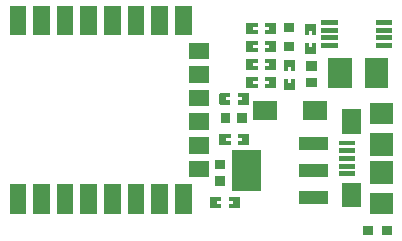
<source format=gtp>
G04 Layer: TopPasteMaskLayer*
G04 EasyEDA Pro v1.7.31, 2022-10-01 17:20:27*
G04 Gerber Generator version 0.3*
G04 Scale: 100 percent, Rotated: No, Reflected: No*
G04 Dimensions in millimeters*
G04 Leading zeros omitted, absolute positions, 3 integers and 3 decimals*
%FSLAX33Y33*%
%MOMM*%
%ADD10C,0.00508*%
G75*


G04 PolygonModel Start*
G36*
G01X34740Y19887D02*
G01X34740Y20687D01*
G01X34690Y20737D01*
G01X34462D01*
G01Y20367D01*
G01X34132D01*
G01Y20737D01*
G01X33890D01*
G01X33840Y20687D01*
G01Y19887D01*
G01X33890Y19837D01*
G01X34690D01*
G01X34740Y19887D01*
G37*
G54D10*
G01X34740Y19887D02*
G01X34740Y20687D01*
G01X34690Y20737D01*
G01X34462D01*
G01Y20367D01*
G01X34132D01*
G01Y20737D01*
G01X33890D01*
G01X33840Y20687D01*
G01Y19887D01*
G01X33890Y19837D01*
G01X34690D01*
G01X34740Y19887D01*
G36*
G01X34690Y21437D02*
G01X34462Y21437D01*
G01Y21817D01*
G01X34132D01*
G01Y21437D01*
G01X33890D01*
G01X33840Y21487D01*
G01Y22277D01*
G01X33890Y22327D01*
G01X34690D01*
G01X34740Y22277D01*
G01Y21487D01*
G01X34690Y21437D01*
G37*
G01X34690Y21437D02*
G01X34462Y21437D01*
G01Y21817D01*
G01X34132D01*
G01Y21437D01*
G01X33890D01*
G01X33840Y21487D01*
G01Y22277D01*
G01X33890Y22327D01*
G01X34690D01*
G01X34740Y22277D01*
G01Y21487D01*
G01X34690Y21437D01*
G36*
G01X28904Y16949D02*
G01X29704Y16949D01*
G01X29754Y16999D01*
G01Y17227D01*
G01X29384D01*
G01Y17557D01*
G01X29754D01*
G01Y17799D01*
G01X29704Y17849D01*
G01X28904D01*
G01X28854Y17799D01*
G01Y16999D01*
G01X28904Y16949D01*
G37*
G01X28904Y16949D02*
G01X29704Y16949D01*
G01X29754Y16999D01*
G01Y17227D01*
G01X29384D01*
G01Y17557D01*
G01X29754D01*
G01Y17799D01*
G01X29704Y17849D01*
G01X28904D01*
G01X28854Y17799D01*
G01Y16999D01*
G01X28904Y16949D01*
G36*
G01X30454Y16999D02*
G01X30454Y17227D01*
G01X30834D01*
G01Y17557D01*
G01X30454D01*
G01Y17799D01*
G01X30504Y17849D01*
G01X31294D01*
G01X31344Y17799D01*
G01Y16999D01*
G01X31294Y16949D01*
G01X30504D01*
G01X30454Y16999D01*
G37*
G01X30454Y16999D02*
G01X30454Y17227D01*
G01X30834D01*
G01Y17557D01*
G01X30454D01*
G01Y17799D01*
G01X30504Y17849D01*
G01X31294D01*
G01X31344Y17799D01*
G01Y16999D01*
G01X31294Y16949D01*
G01X30504D01*
G01X30454Y16999D01*
G36*
G01X26618Y12123D02*
G01X27418Y12123D01*
G01X27468Y12173D01*
G01Y12401D01*
G01X27098D01*
G01Y12731D01*
G01X27468D01*
G01Y12973D01*
G01X27418Y13023D01*
G01X26618D01*
G01X26568Y12973D01*
G01Y12173D01*
G01X26618Y12123D01*
G37*
G01X26618Y12123D02*
G01X27418Y12123D01*
G01X27468Y12173D01*
G01Y12401D01*
G01X27098D01*
G01Y12731D01*
G01X27468D01*
G01Y12973D01*
G01X27418Y13023D01*
G01X26618D01*
G01X26568Y12973D01*
G01Y12173D01*
G01X26618Y12123D01*
G36*
G01X28168Y12173D02*
G01X28168Y12401D01*
G01X28548D01*
G01Y12731D01*
G01X28168D01*
G01Y12973D01*
G01X28218Y13023D01*
G01X29008D01*
G01X29058Y12973D01*
G01Y12173D01*
G01X29008Y12123D01*
G01X28218D01*
G01X28168Y12173D01*
G37*
G01X28168Y12173D02*
G01X28168Y12401D01*
G01X28548D01*
G01Y12731D01*
G01X28168D01*
G01Y12973D01*
G01X28218Y13023D01*
G01X29008D01*
G01X29058Y12973D01*
G01Y12173D01*
G01X29008Y12123D01*
G01X28218D01*
G01X28168Y12173D01*
G36*
G01X28904Y19997D02*
G01X29704Y19997D01*
G01X29754Y20047D01*
G01Y20275D01*
G01X29384D01*
G01Y20605D01*
G01X29754D01*
G01Y20847D01*
G01X29704Y20897D01*
G01X28904D01*
G01X28854Y20847D01*
G01Y20047D01*
G01X28904Y19997D01*
G37*
G01X28904Y19997D02*
G01X29704Y19997D01*
G01X29754Y20047D01*
G01Y20275D01*
G01X29384D01*
G01Y20605D01*
G01X29754D01*
G01Y20847D01*
G01X29704Y20897D01*
G01X28904D01*
G01X28854Y20847D01*
G01Y20047D01*
G01X28904Y19997D01*
G36*
G01X30454Y20047D02*
G01X30454Y20275D01*
G01X30834D01*
G01Y20605D01*
G01X30454D01*
G01Y20847D01*
G01X30504Y20897D01*
G01X31294D01*
G01X31344Y20847D01*
G01Y20047D01*
G01X31294Y19997D01*
G01X30504D01*
G01X30454Y20047D01*
G37*
G01X30454Y20047D02*
G01X30454Y20275D01*
G01X30834D01*
G01Y20605D01*
G01X30454D01*
G01Y20847D01*
G01X30504Y20897D01*
G01X31294D01*
G01X31344Y20847D01*
G01Y20047D01*
G01X31294Y19997D01*
G01X30504D01*
G01X30454Y20047D01*
G36*
G01X28904Y18473D02*
G01X29704Y18473D01*
G01X29754Y18523D01*
G01Y18751D01*
G01X29384D01*
G01Y19081D01*
G01X29754D01*
G01Y19323D01*
G01X29704Y19373D01*
G01X28904D01*
G01X28854Y19323D01*
G01Y18523D01*
G01X28904Y18473D01*
G37*
G01X28904Y18473D02*
G01X29704Y18473D01*
G01X29754Y18523D01*
G01Y18751D01*
G01X29384D01*
G01Y19081D01*
G01X29754D01*
G01Y19323D01*
G01X29704Y19373D01*
G01X28904D01*
G01X28854Y19323D01*
G01Y18523D01*
G01X28904Y18473D01*
G36*
G01X30454Y18523D02*
G01X30454Y18751D01*
G01X30834D01*
G01Y19081D01*
G01X30454D01*
G01Y19323D01*
G01X30504Y19373D01*
G01X31294D01*
G01X31344Y19323D01*
G01Y18523D01*
G01X31294Y18473D01*
G01X30504D01*
G01X30454Y18523D01*
G37*
G01X30454Y18523D02*
G01X30454Y18751D01*
G01X30834D01*
G01Y19081D01*
G01X30454D01*
G01Y19323D01*
G01X30504Y19373D01*
G01X31294D01*
G01X31344Y19323D01*
G01Y18523D01*
G01X31294Y18473D01*
G01X30504D01*
G01X30454Y18523D01*
G36*
G01X28904Y21521D02*
G01X29704Y21521D01*
G01X29754Y21571D01*
G01Y21799D01*
G01X29384D01*
G01Y22129D01*
G01X29754D01*
G01Y22371D01*
G01X29704Y22421D01*
G01X28904D01*
G01X28854Y22371D01*
G01Y21571D01*
G01X28904Y21521D01*
G37*
G01X28904Y21521D02*
G01X29704Y21521D01*
G01X29754Y21571D01*
G01Y21799D01*
G01X29384D01*
G01Y22129D01*
G01X29754D01*
G01Y22371D01*
G01X29704Y22421D01*
G01X28904D01*
G01X28854Y22371D01*
G01Y21571D01*
G01X28904Y21521D01*
G36*
G01X30454Y21571D02*
G01X30454Y21799D01*
G01X30834D01*
G01Y22129D01*
G01X30454D01*
G01Y22371D01*
G01X30504Y22421D01*
G01X31294D01*
G01X31344Y22371D01*
G01Y21571D01*
G01X31294Y21521D01*
G01X30504D01*
G01X30454Y21571D01*
G37*
G01X30454Y21571D02*
G01X30454Y21799D01*
G01X30834D01*
G01Y22129D01*
G01X30454D01*
G01Y22371D01*
G01X30504Y22421D01*
G01X31294D01*
G01X31344Y22371D01*
G01Y21571D01*
G01X31294Y21521D01*
G01X30504D01*
G01X30454Y21571D01*
G36*
G01X28246Y7689D02*
G01X27446Y7689D01*
G01X27396Y7639D01*
G01Y7411D01*
G01X27766D01*
G01Y7081D01*
G01X27396D01*
G01Y6839D01*
G01X27446Y6789D01*
G01X28246D01*
G01X28296Y6839D01*
G01Y7639D01*
G01X28246Y7689D01*
G37*
G01X28246Y7689D02*
G01X27446Y7689D01*
G01X27396Y7639D01*
G01Y7411D01*
G01X27766D01*
G01Y7081D01*
G01X27396D01*
G01Y6839D01*
G01X27446Y6789D01*
G01X28246D01*
G01X28296Y6839D01*
G01Y7639D01*
G01X28246Y7689D01*
G36*
G01X26696Y7639D02*
G01X26696Y7411D01*
G01X26316D01*
G01Y7081D01*
G01X26696D01*
G01Y6839D01*
G01X26646Y6789D01*
G01X25856D01*
G01X25806Y6839D01*
G01Y7639D01*
G01X25856Y7689D01*
G01X26646D01*
G01X26696Y7639D01*
G37*
G01X26696Y7639D02*
G01X26696Y7411D01*
G01X26316D01*
G01Y7081D01*
G01X26696D01*
G01Y6839D01*
G01X26646Y6789D01*
G01X25856D01*
G01X25806Y6839D01*
G01Y7639D01*
G01X25856Y7689D01*
G01X26646D01*
G01X26696Y7639D01*
G36*
G01X32962Y16839D02*
G01X32962Y17639D01*
G01X32912Y17689D01*
G01X32684D01*
G01Y17319D01*
G01X32354D01*
G01Y17689D01*
G01X32112D01*
G01X32062Y17639D01*
G01Y16839D01*
G01X32112Y16789D01*
G01X32912D01*
G01X32962Y16839D01*
G37*
G01X32962Y16839D02*
G01X32962Y17639D01*
G01X32912Y17689D01*
G01X32684D01*
G01Y17319D01*
G01X32354D01*
G01Y17689D01*
G01X32112D01*
G01X32062Y17639D01*
G01Y16839D01*
G01X32112Y16789D01*
G01X32912D01*
G01X32962Y16839D01*
G36*
G01X32912Y18389D02*
G01X32684Y18389D01*
G01Y18769D01*
G01X32354D01*
G01Y18389D01*
G01X32112D01*
G01X32062Y18439D01*
G01Y19229D01*
G01X32112Y19279D01*
G01X32912D01*
G01X32962Y19229D01*
G01Y18439D01*
G01X32912Y18389D01*
G37*
G01X32912Y18389D02*
G01X32684Y18389D01*
G01Y18769D01*
G01X32354D01*
G01Y18389D01*
G01X32112D01*
G01X32062Y18439D01*
G01Y19229D01*
G01X32112Y19279D01*
G01X32912D01*
G01X32962Y19229D01*
G01Y18439D01*
G01X32912Y18389D01*
G36*
G01X29008Y16452D02*
G01X28208Y16452D01*
G01X28158Y16402D01*
G01Y16174D01*
G01X28528D01*
G01Y15844D01*
G01X28158D01*
G01Y15602D01*
G01X28208Y15552D01*
G01X29008D01*
G01X29058Y15602D01*
G01Y16402D01*
G01X29008Y16452D01*
G37*
G01X29008Y16452D02*
G01X28208Y16452D01*
G01X28158Y16402D01*
G01Y16174D01*
G01X28528D01*
G01Y15844D01*
G01X28158D01*
G01Y15602D01*
G01X28208Y15552D01*
G01X29008D01*
G01X29058Y15602D01*
G01Y16402D01*
G01X29008Y16452D01*
G36*
G01X27458Y16402D02*
G01X27458Y16174D01*
G01X27078D01*
G01Y15844D01*
G01X27458D01*
G01Y15602D01*
G01X27408Y15552D01*
G01X26618D01*
G01X26568Y15602D01*
G01Y16402D01*
G01X26618Y16452D01*
G01X27408D01*
G01X27458Y16402D01*
G37*
G01X27458Y16402D02*
G01X27458Y16174D01*
G01X27078D01*
G01Y15844D01*
G01X27458D01*
G01Y15602D01*
G01X27408Y15552D01*
G01X26618D01*
G01X26568Y15602D01*
G01Y16402D01*
G01X26618Y16452D01*
G01X27408D01*
G01X27458Y16402D01*
G04 PolygonModel End*

G04 Pad Start*
G36*
G01X10248Y23840D02*
G01X8848Y23840D01*
G01Y21340D01*
G01X10248D01*
G01Y23840D01*
G37*
G36*
G01X12248Y23840D02*
G01X10848Y23840D01*
G01Y21340D01*
G01X12248D01*
G01Y23840D01*
G37*
G36*
G01X14248Y23840D02*
G01X12848Y23840D01*
G01Y21340D01*
G01X14248D01*
G01Y23840D01*
G37*
G36*
G01X16248Y23839D02*
G01X14848Y23839D01*
G01Y21339D01*
G01X16248D01*
G01Y23839D01*
G37*
G36*
G01X18248Y23840D02*
G01X16848Y23840D01*
G01Y21340D01*
G01X18248D01*
G01Y23840D01*
G37*
G36*
G01X20248Y23841D02*
G01X18848Y23841D01*
G01Y21341D01*
G01X20248D01*
G01Y23841D01*
G37*
G36*
G01X22248Y23839D02*
G01X20848Y23839D01*
G01Y21339D01*
G01X22248D01*
G01Y23839D01*
G37*
G36*
G01X24248Y23838D02*
G01X22848Y23838D01*
G01Y21338D01*
G01X24248D01*
G01Y23838D01*
G37*
G36*
G01X25699Y19336D02*
G01X25699Y20736D01*
G01X23999D01*
G01Y19336D01*
G01X25699D01*
G37*
G36*
G01X25698Y17336D02*
G01X25698Y18736D01*
G01X23998D01*
G01Y17336D01*
G01X25698D01*
G37*
G36*
G01X25698Y15337D02*
G01X25698Y16737D01*
G01X23998D01*
G01Y15337D01*
G01X25698D01*
G37*
G36*
G01X25698Y13336D02*
G01X25698Y14736D01*
G01X23998D01*
G01Y13336D01*
G01X25698D01*
G37*
G36*
G01X25697Y11337D02*
G01X25697Y12737D01*
G01X23997D01*
G01Y11337D01*
G01X25697D01*
G37*
G36*
G01X25699Y9339D02*
G01X25699Y10739D01*
G01X23999D01*
G01Y9339D01*
G01X25699D01*
G37*
G36*
G01X22848Y6238D02*
G01X24248Y6238D01*
G01Y8738D01*
G01X22848D01*
G01Y6238D01*
G37*
G36*
G01X20848Y6238D02*
G01X22248Y6238D01*
G01Y8738D01*
G01X20848D01*
G01Y6238D01*
G37*
G36*
G01X18848Y6238D02*
G01X20248Y6238D01*
G01Y8738D01*
G01X18848D01*
G01Y6238D01*
G37*
G36*
G01X16848Y6238D02*
G01X18248Y6238D01*
G01Y8738D01*
G01X16848D01*
G01Y6238D01*
G37*
G36*
G01X14848Y6238D02*
G01X16248Y6238D01*
G01Y8738D01*
G01X14848D01*
G01Y6238D01*
G37*
G36*
G01X12848Y6238D02*
G01X14248Y6238D01*
G01Y8738D01*
G01X12848D01*
G01Y6238D01*
G37*
G36*
G01X10848Y6238D02*
G01X12248Y6238D01*
G01Y8738D01*
G01X10848D01*
G01Y6238D01*
G37*
G36*
G01X8848Y6238D02*
G01X10248Y6238D01*
G01Y8738D01*
G01X8848D01*
G01Y6238D01*
G37*
G36*
G01X35830Y19457D02*
G01X35830Y16865D01*
G01X37830D01*
G01Y19457D01*
G01X35830D01*
G37*
G36*
G01X38915Y19457D02*
G01X38915Y16865D01*
G01X40915D01*
G01Y19457D01*
G01X38915D01*
G37*
G36*
G01X36626Y22641D02*
G01X35229Y22641D01*
G01Y22235D01*
G01X36626D01*
G01Y22641D01*
G37*
G36*
G01X36626Y21991D02*
G01X35229Y21991D01*
G01Y21585D01*
G01X36626D01*
G01Y21991D01*
G37*
G36*
G01X36626Y21341D02*
G01X35229Y21341D01*
G01Y20935D01*
G01X36626D01*
G01Y21341D01*
G37*
G36*
G01X36626Y20691D02*
G01X35229Y20691D01*
G01Y20285D01*
G01X36626D01*
G01Y20691D01*
G37*
G36*
G01X41225Y20691D02*
G01X39828Y20691D01*
G01Y20285D01*
G01X41225D01*
G01Y20691D01*
G37*
G36*
G01X41225Y21341D02*
G01X39828Y21341D01*
G01Y20935D01*
G01X41225D01*
G01Y21341D01*
G37*
G36*
G01X41225Y21991D02*
G01X39828Y21991D01*
G01Y21585D01*
G01X41225D01*
G01Y21991D01*
G37*
G36*
G01X41225Y22641D02*
G01X39828Y22641D01*
G01Y22235D01*
G01X41225D01*
G01Y22641D01*
G37*
G36*
G01X33375Y8131D02*
G01X33375Y7081D01*
G01X35840D01*
G01Y8131D01*
G01X33375D01*
G37*
G36*
G01X33375Y10431D02*
G01X33375Y9381D01*
G01X35840D01*
G01Y10431D01*
G01X33375D01*
G37*
G36*
G01X33375Y12731D02*
G01X33375Y11681D01*
G01X35840D01*
G01Y12731D01*
G01X33375D01*
G37*
G36*
G01X27660Y11676D02*
G01X27660Y8136D01*
G01X30125D01*
G01Y11676D01*
G01X27660D01*
G37*
G36*
G01X27120Y9417D02*
G01X26220Y9417D01*
G01Y8617D01*
G01X27120D01*
G01Y9417D01*
G37*
G36*
G01X27120Y10817D02*
G01X26220Y10817D01*
G01Y10017D01*
G01X27120D01*
G01Y10817D01*
G37*
G36*
G01X35680Y14189D02*
G01X35680Y15783D01*
G01X33680D01*
G01Y14189D01*
G01X35680D01*
G37*
G36*
G01X31480Y14189D02*
G01X31480Y15783D01*
G01X29480D01*
G01Y14189D01*
G01X31480D01*
G37*
G36*
G01X36700Y10722D02*
G01X38050Y10722D01*
G01Y11122D01*
G01X36700D01*
G01Y10722D01*
G37*
G36*
G01X36700Y10072D02*
G01X38050Y10072D01*
G01Y10472D01*
G01X36700D01*
G01Y10072D01*
G37*
G36*
G01X36700Y12022D02*
G01X38050Y12022D01*
G01Y12422D01*
G01X36700D01*
G01Y12022D01*
G37*
G36*
G01X36700Y11372D02*
G01X38050Y11372D01*
G01Y11772D01*
G01X36700D01*
G01Y11372D01*
G37*
G36*
G01X36700Y9422D02*
G01X38050Y9422D01*
G01Y9822D01*
G01X36700D01*
G01Y9422D01*
G37*
G36*
G01X36999Y12972D02*
G01X38599Y12972D01*
G01Y15072D01*
G01X36999D01*
G01Y12972D01*
G37*
G36*
G01X36999Y6772D02*
G01X38599Y6772D01*
G01Y8872D01*
G01X36999D01*
G01Y6772D01*
G37*
G36*
G01X39399Y11171D02*
G01X41299Y11171D01*
G01Y13071D01*
G01X39399D01*
G01Y11171D01*
G37*
G36*
G01X39399Y8773D02*
G01X41299Y8773D01*
G01Y10673D01*
G01X39399D01*
G01Y8773D01*
G37*
G36*
G01X39399Y13822D02*
G01X41299Y13822D01*
G01Y15622D01*
G01X39399D01*
G01Y13822D01*
G37*
G36*
G01X39399Y6222D02*
G01X41299Y6222D01*
G01Y8022D01*
G01X39399D01*
G01Y6222D01*
G37*
G36*
G01X34867Y17734D02*
G01X33967Y17734D01*
G01Y16934D01*
G01X34867D01*
G01Y17734D01*
G37*
G36*
G01X34867Y19134D02*
G01X33967Y19134D01*
G01Y18334D01*
G01X34867D01*
G01Y19134D01*
G37*
G36*
G01X28113Y14801D02*
G01X28113Y13901D01*
G01X28913D01*
G01Y14801D01*
G01X28113D01*
G37*
G36*
G01X26713Y14801D02*
G01X26713Y13901D01*
G01X27513D01*
G01Y14801D01*
G01X26713D01*
G37*
G36*
G01X41205Y5229D02*
G01X40405Y5229D01*
G01Y4429D01*
G01X41205D01*
G01Y5229D01*
G37*
G36*
G01X39605Y5223D02*
G01X38805Y5223D01*
G01Y4423D01*
G01X39605D01*
G01Y5223D01*
G37*
G36*
G01X32109Y22409D02*
G01X32109Y21609D01*
G01X32909D01*
G01Y22409D01*
G01X32109D01*
G37*
G36*
G01X32115Y20809D02*
G01X32115Y20009D01*
G01X32915D01*
G01Y20809D01*
G01X32115D01*
G37*
G04 Pad End*

M02*

</source>
